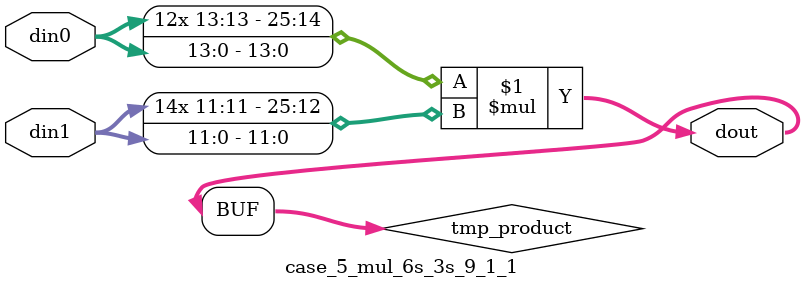
<source format=v>

`timescale 1 ns / 1 ps

 (* use_dsp = "no" *)  module case_5_mul_6s_3s_9_1_1(din0, din1, dout);
parameter ID = 1;
parameter NUM_STAGE = 0;
parameter din0_WIDTH = 14;
parameter din1_WIDTH = 12;
parameter dout_WIDTH = 26;

input [din0_WIDTH - 1 : 0] din0; 
input [din1_WIDTH - 1 : 0] din1; 
output [dout_WIDTH - 1 : 0] dout;

wire signed [dout_WIDTH - 1 : 0] tmp_product;



























assign tmp_product = $signed(din0) * $signed(din1);








assign dout = tmp_product;





















endmodule

</source>
